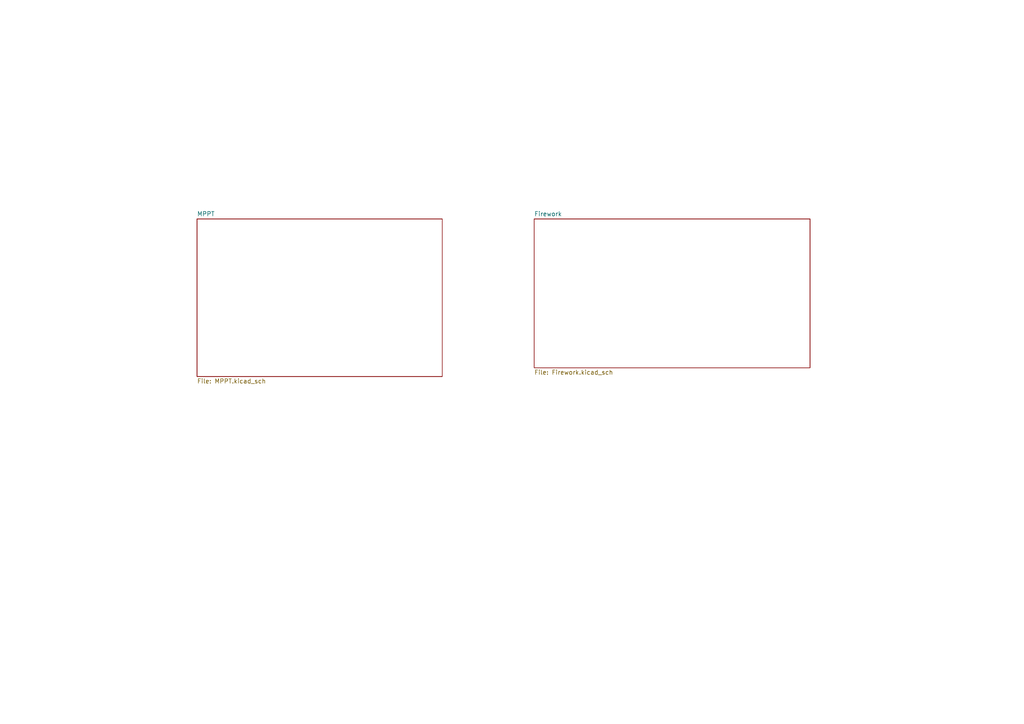
<source format=kicad_sch>
(kicad_sch (version 20211123) (generator eeschema)
  (paper "A4")
  (lib_symbols)
  (sheet (at 57.15 63.5) (size 71.12 45.72) (stroke (width 0.1524))
    (property "Sheet name" "MPPT" (at 57.15 62.7884 0) (effects (justify left bottom)))
    (property "Sheet file" "MPPT.kicad_sch" (at 57.15 109.8046 0) (effects (justify left top)))
  )
  (sheet (at 154.94 63.5) (size 80.01 43.18) (stroke (width 0.1524))
    (property "Sheet name" "Firework" (at 154.94 62.7884 0) (effects (justify left bottom)))
    (property "Sheet file" "Firework.kicad_sch" (at 154.94 107.2646 0) (effects (justify left top)))
  )
)
</source>
